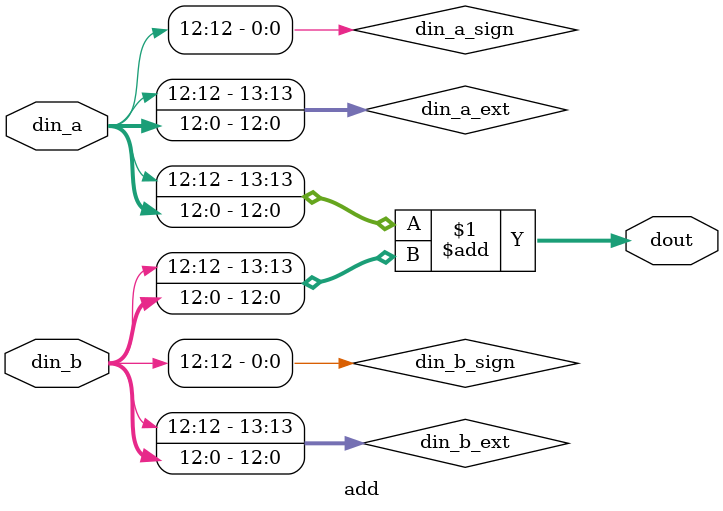
<source format=v>
`timescale 1ns/100ps
module add #(
    parameter SIGN_BIT=1,
    parameter INT_BIT=6,
    parameter FLT_BIT=6
)
(
    din_a,
    din_b,
    dout
);

localparam DW = SIGN_BIT+INT_BIT+FLT_BIT;

input [DW-1:0] din_a;
input [DW-1:0] din_b;

output [DW:0] dout;

wire [DW:0] din_a_ext;
wire din_a_sign;

wire [DW:0] din_b_ext;
wire din_b_sign;

assign din_a_sign = din_a[DW-1];
assign din_b_sign = din_b[DW-1];

assign din_a_ext = {din_a_sign,din_a};
assign din_b_ext = {din_b_sign,din_b};

assign dout = din_a_ext+din_b_ext;


endmodule
</source>
